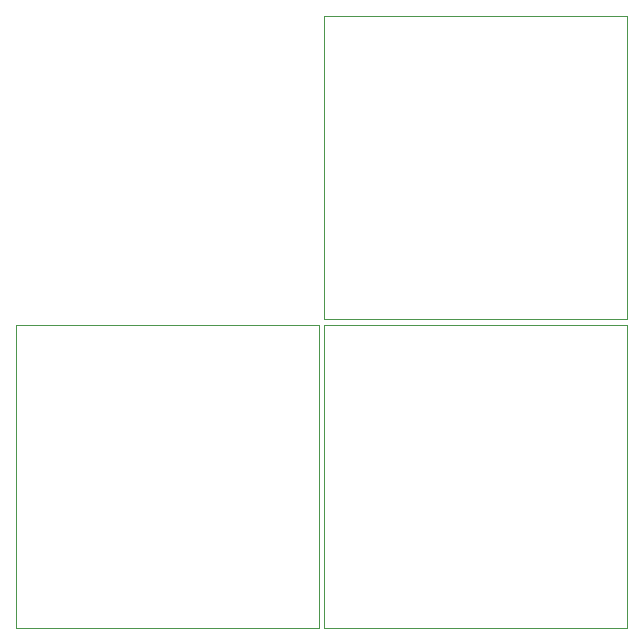
<source format=gbr>
%TF.GenerationSoftware,KiCad,Pcbnew,(5.1.10)-1*%
%TF.CreationDate,2023-07-23T11:40:44-05:00*%
%TF.ProjectId,perovskite_contact_board,7065726f-7673-46b6-9974-655f636f6e74,V3*%
%TF.SameCoordinates,Original*%
%TF.FileFunction,Legend,Top*%
%TF.FilePolarity,Positive*%
%FSLAX46Y46*%
G04 Gerber Fmt 4.6, Leading zero omitted, Abs format (unit mm)*
G04 Created by KiCad (PCBNEW (5.1.10)-1) date 2023-07-23 11:40:44*
%MOMM*%
%LPD*%
G01*
G04 APERTURE LIST*
%ADD10C,0.120000*%
G04 APERTURE END LIST*
D10*
%TO.C,U2*%
X124079000Y-97663000D02*
X149729000Y-97663000D01*
X124079000Y-123313000D02*
X149729000Y-123313000D01*
X149729000Y-97663000D02*
X149729000Y-123313000D01*
X124079000Y-97663000D02*
X124079000Y-123313000D01*
%TO.C,U3*%
X150177500Y-97663000D02*
X175827500Y-97663000D01*
X150177500Y-123313000D02*
X175827500Y-123313000D01*
X175827500Y-97663000D02*
X175827500Y-123313000D01*
X150177500Y-97663000D02*
X150177500Y-123313000D01*
%TO.C,U1*%
X150136000Y-71501000D02*
X175786000Y-71501000D01*
X150136000Y-97151000D02*
X175786000Y-97151000D01*
X175786000Y-71501000D02*
X175786000Y-97151000D01*
X150136000Y-71501000D02*
X150136000Y-97151000D01*
%TD*%
M02*

</source>
